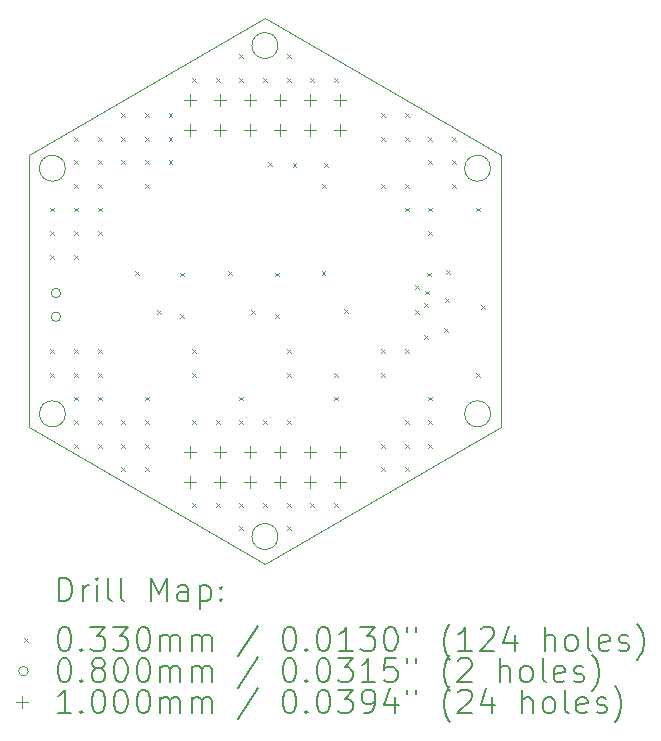
<source format=gbr>
%TF.GenerationSoftware,KiCad,Pcbnew,7.0.5*%
%TF.CreationDate,2023-06-05T00:45:28-04:00*%
%TF.ProjectId,BURNING_R,4255524e-494e-4475-9f52-2e6b69636164,rev?*%
%TF.SameCoordinates,Original*%
%TF.FileFunction,Drillmap*%
%TF.FilePolarity,Positive*%
%FSLAX45Y45*%
G04 Gerber Fmt 4.5, Leading zero omitted, Abs format (unit mm)*
G04 Created by KiCad (PCBNEW 7.0.5) date 2023-06-05 00:45:28*
%MOMM*%
%LPD*%
G01*
G04 APERTURE LIST*
%ADD10C,0.100000*%
%ADD11C,0.200000*%
%ADD12C,0.033020*%
%ADD13C,0.080000*%
G04 APERTURE END LIST*
D10*
X13016000Y-8855761D02*
X13016000Y-11165162D01*
X16926000Y-11049692D02*
G75*
G03*
X16926000Y-11049692I-110000J0D01*
G01*
X13016000Y-11165162D02*
X15016000Y-12319862D01*
X16926000Y-8971231D02*
G75*
G03*
X16926000Y-8971231I-110000J0D01*
G01*
X13326000Y-8971231D02*
G75*
G03*
X13326000Y-8971231I-110000J0D01*
G01*
X15016000Y-7701060D02*
X13016000Y-8855761D01*
X17016000Y-8855761D02*
X15016000Y-7701060D01*
X15126000Y-7932000D02*
G75*
G03*
X15126000Y-7932000I-110000J0D01*
G01*
X15126000Y-12088922D02*
G75*
G03*
X15126000Y-12088922I-110000J0D01*
G01*
X17016000Y-11165162D02*
X17016000Y-8855761D01*
X15016000Y-12319862D02*
X17016000Y-11165162D01*
X13326000Y-11049692D02*
G75*
G03*
X13326000Y-11049692I-110000J0D01*
G01*
D11*
D12*
X13199490Y-9303352D02*
X13232510Y-9336372D01*
X13232510Y-9303352D02*
X13199490Y-9336372D01*
X13199490Y-9503352D02*
X13232510Y-9536372D01*
X13232510Y-9503352D02*
X13199490Y-9536372D01*
X13199490Y-9703352D02*
X13232510Y-9736372D01*
X13232510Y-9703352D02*
X13199490Y-9736372D01*
X13199490Y-10503352D02*
X13232510Y-10536372D01*
X13232510Y-10503352D02*
X13199490Y-10536372D01*
X13199490Y-10703352D02*
X13232510Y-10736372D01*
X13232510Y-10703352D02*
X13199490Y-10736372D01*
X13399490Y-8703352D02*
X13432510Y-8736372D01*
X13432510Y-8703352D02*
X13399490Y-8736372D01*
X13399490Y-8903352D02*
X13432510Y-8936372D01*
X13432510Y-8903352D02*
X13399490Y-8936372D01*
X13399490Y-9103352D02*
X13432510Y-9136372D01*
X13432510Y-9103352D02*
X13399490Y-9136372D01*
X13399490Y-9303352D02*
X13432510Y-9336372D01*
X13432510Y-9303352D02*
X13399490Y-9336372D01*
X13399490Y-9503352D02*
X13432510Y-9536372D01*
X13432510Y-9503352D02*
X13399490Y-9536372D01*
X13399490Y-9703352D02*
X13432510Y-9736372D01*
X13432510Y-9703352D02*
X13399490Y-9736372D01*
X13399490Y-10503352D02*
X13432510Y-10536372D01*
X13432510Y-10503352D02*
X13399490Y-10536372D01*
X13399490Y-10703352D02*
X13432510Y-10736372D01*
X13432510Y-10703352D02*
X13399490Y-10736372D01*
X13399490Y-10903352D02*
X13432510Y-10936372D01*
X13432510Y-10903352D02*
X13399490Y-10936372D01*
X13399490Y-11103352D02*
X13432510Y-11136372D01*
X13432510Y-11103352D02*
X13399490Y-11136372D01*
X13399490Y-11303352D02*
X13432510Y-11336372D01*
X13432510Y-11303352D02*
X13399490Y-11336372D01*
X13599490Y-8703352D02*
X13632510Y-8736372D01*
X13632510Y-8703352D02*
X13599490Y-8736372D01*
X13599490Y-8903352D02*
X13632510Y-8936372D01*
X13632510Y-8903352D02*
X13599490Y-8936372D01*
X13599490Y-9103352D02*
X13632510Y-9136372D01*
X13632510Y-9103352D02*
X13599490Y-9136372D01*
X13599490Y-9303352D02*
X13632510Y-9336372D01*
X13632510Y-9303352D02*
X13599490Y-9336372D01*
X13599490Y-9503352D02*
X13632510Y-9536372D01*
X13632510Y-9503352D02*
X13599490Y-9536372D01*
X13599490Y-10503352D02*
X13632510Y-10536372D01*
X13632510Y-10503352D02*
X13599490Y-10536372D01*
X13599490Y-10703352D02*
X13632510Y-10736372D01*
X13632510Y-10703352D02*
X13599490Y-10736372D01*
X13599490Y-10903352D02*
X13632510Y-10936372D01*
X13632510Y-10903352D02*
X13599490Y-10936372D01*
X13599490Y-11103352D02*
X13632510Y-11136372D01*
X13632510Y-11103352D02*
X13599490Y-11136372D01*
X13599490Y-11303352D02*
X13632510Y-11336372D01*
X13632510Y-11303352D02*
X13599490Y-11336372D01*
X13799490Y-8503352D02*
X13832510Y-8536372D01*
X13832510Y-8503352D02*
X13799490Y-8536372D01*
X13799490Y-8703352D02*
X13832510Y-8736372D01*
X13832510Y-8703352D02*
X13799490Y-8736372D01*
X13799490Y-8903352D02*
X13832510Y-8936372D01*
X13832510Y-8903352D02*
X13799490Y-8936372D01*
X13799490Y-11103352D02*
X13832510Y-11136372D01*
X13832510Y-11103352D02*
X13799490Y-11136372D01*
X13799490Y-11303352D02*
X13832510Y-11336372D01*
X13832510Y-11303352D02*
X13799490Y-11336372D01*
X13799490Y-11503352D02*
X13832510Y-11536372D01*
X13832510Y-11503352D02*
X13799490Y-11536372D01*
X13915240Y-9838352D02*
X13948260Y-9871372D01*
X13948260Y-9838352D02*
X13915240Y-9871372D01*
X13999490Y-8503352D02*
X14032510Y-8536372D01*
X14032510Y-8503352D02*
X13999490Y-8536372D01*
X13999490Y-8703352D02*
X14032510Y-8736372D01*
X14032510Y-8703352D02*
X13999490Y-8736372D01*
X13999490Y-8903352D02*
X14032510Y-8936372D01*
X14032510Y-8903352D02*
X13999490Y-8936372D01*
X13999490Y-9103352D02*
X14032510Y-9136372D01*
X14032510Y-9103352D02*
X13999490Y-9136372D01*
X13999490Y-10903352D02*
X14032510Y-10936372D01*
X14032510Y-10903352D02*
X13999490Y-10936372D01*
X13999490Y-11103352D02*
X14032510Y-11136372D01*
X14032510Y-11103352D02*
X13999490Y-11136372D01*
X13999490Y-11303352D02*
X14032510Y-11336372D01*
X14032510Y-11303352D02*
X13999490Y-11336372D01*
X13999490Y-11503352D02*
X14032510Y-11536372D01*
X14032510Y-11503352D02*
X13999490Y-11536372D01*
X14105490Y-10168352D02*
X14138510Y-10201372D01*
X14138510Y-10168352D02*
X14105490Y-10201372D01*
X14199490Y-8503352D02*
X14232510Y-8536372D01*
X14232510Y-8503352D02*
X14199490Y-8536372D01*
X14199490Y-8703352D02*
X14232510Y-8736372D01*
X14232510Y-8703352D02*
X14199490Y-8736372D01*
X14199490Y-8903352D02*
X14232510Y-8936372D01*
X14232510Y-8903352D02*
X14199490Y-8936372D01*
X14299490Y-9853352D02*
X14332510Y-9886372D01*
X14332510Y-9853352D02*
X14299490Y-9886372D01*
X14299490Y-10203352D02*
X14332510Y-10236372D01*
X14332510Y-10203352D02*
X14299490Y-10236372D01*
X14399490Y-8203352D02*
X14432510Y-8236372D01*
X14432510Y-8203352D02*
X14399490Y-8236372D01*
X14399490Y-10503352D02*
X14432510Y-10536372D01*
X14432510Y-10503352D02*
X14399490Y-10536372D01*
X14399490Y-10703352D02*
X14432510Y-10736372D01*
X14432510Y-10703352D02*
X14399490Y-10736372D01*
X14399490Y-11103352D02*
X14432510Y-11136372D01*
X14432510Y-11103352D02*
X14399490Y-11136372D01*
X14399490Y-11803352D02*
X14432510Y-11836372D01*
X14432510Y-11803352D02*
X14399490Y-11836372D01*
X14599490Y-8203352D02*
X14632510Y-8236372D01*
X14632510Y-8203352D02*
X14599490Y-8236372D01*
X14599490Y-11103352D02*
X14632510Y-11136372D01*
X14632510Y-11103352D02*
X14599490Y-11136372D01*
X14599490Y-11803352D02*
X14632510Y-11836372D01*
X14632510Y-11803352D02*
X14599490Y-11836372D01*
X14704240Y-9838352D02*
X14737260Y-9871372D01*
X14737260Y-9838352D02*
X14704240Y-9871372D01*
X14799490Y-8003352D02*
X14832510Y-8036372D01*
X14832510Y-8003352D02*
X14799490Y-8036372D01*
X14799490Y-8203352D02*
X14832510Y-8236372D01*
X14832510Y-8203352D02*
X14799490Y-8236372D01*
X14799490Y-10903352D02*
X14832510Y-10936372D01*
X14832510Y-10903352D02*
X14799490Y-10936372D01*
X14799490Y-11103352D02*
X14832510Y-11136372D01*
X14832510Y-11103352D02*
X14799490Y-11136372D01*
X14799490Y-11803352D02*
X14832510Y-11836372D01*
X14832510Y-11803352D02*
X14799490Y-11836372D01*
X14799490Y-12003352D02*
X14832510Y-12036372D01*
X14832510Y-12003352D02*
X14799490Y-12036372D01*
X14894490Y-10169352D02*
X14927510Y-10202372D01*
X14927510Y-10169352D02*
X14894490Y-10202372D01*
X14999490Y-8203352D02*
X15032510Y-8236372D01*
X15032510Y-8203352D02*
X14999490Y-8236372D01*
X14999490Y-11103352D02*
X15032510Y-11136372D01*
X15032510Y-11103352D02*
X14999490Y-11136372D01*
X14999490Y-11803352D02*
X15032510Y-11836372D01*
X15032510Y-11803352D02*
X14999490Y-11836372D01*
X15044490Y-8917352D02*
X15077510Y-8950372D01*
X15077510Y-8917352D02*
X15044490Y-8950372D01*
X15099490Y-9853352D02*
X15132510Y-9886372D01*
X15132510Y-9853352D02*
X15099490Y-9886372D01*
X15099490Y-10203352D02*
X15132510Y-10236372D01*
X15132510Y-10203352D02*
X15099490Y-10236372D01*
X15199490Y-8003352D02*
X15232510Y-8036372D01*
X15232510Y-8003352D02*
X15199490Y-8036372D01*
X15199490Y-8203352D02*
X15232510Y-8236372D01*
X15232510Y-8203352D02*
X15199490Y-8236372D01*
X15199490Y-10503352D02*
X15232510Y-10536372D01*
X15232510Y-10503352D02*
X15199490Y-10536372D01*
X15199490Y-10703352D02*
X15232510Y-10736372D01*
X15232510Y-10703352D02*
X15199490Y-10736372D01*
X15199490Y-11103352D02*
X15232510Y-11136372D01*
X15232510Y-11103352D02*
X15199490Y-11136372D01*
X15199490Y-11803352D02*
X15232510Y-11836372D01*
X15232510Y-11803352D02*
X15199490Y-11836372D01*
X15199490Y-12003352D02*
X15232510Y-12036372D01*
X15232510Y-12003352D02*
X15199490Y-12036372D01*
X15249490Y-8923352D02*
X15282510Y-8956372D01*
X15282510Y-8923352D02*
X15249490Y-8956372D01*
X15399490Y-8203352D02*
X15432510Y-8236372D01*
X15432510Y-8203352D02*
X15399490Y-8236372D01*
X15399490Y-11803352D02*
X15432510Y-11836372D01*
X15432510Y-11803352D02*
X15399490Y-11836372D01*
X15495240Y-9838352D02*
X15528260Y-9871372D01*
X15528260Y-9838352D02*
X15495240Y-9871372D01*
X15499490Y-9103352D02*
X15532510Y-9136372D01*
X15532510Y-9103352D02*
X15499490Y-9136372D01*
X15519490Y-8923352D02*
X15552510Y-8956372D01*
X15552510Y-8923352D02*
X15519490Y-8956372D01*
X15599490Y-8203352D02*
X15632510Y-8236372D01*
X15632510Y-8203352D02*
X15599490Y-8236372D01*
X15599490Y-10703352D02*
X15632510Y-10736372D01*
X15632510Y-10703352D02*
X15599490Y-10736372D01*
X15599490Y-10903352D02*
X15632510Y-10936372D01*
X15632510Y-10903352D02*
X15599490Y-10936372D01*
X15599490Y-11803352D02*
X15632510Y-11836372D01*
X15632510Y-11803352D02*
X15599490Y-11836372D01*
X15683490Y-10166352D02*
X15716510Y-10199372D01*
X15716510Y-10166352D02*
X15683490Y-10199372D01*
X15999490Y-8503352D02*
X16032510Y-8536372D01*
X16032510Y-8503352D02*
X15999490Y-8536372D01*
X15999490Y-8703352D02*
X16032510Y-8736372D01*
X16032510Y-8703352D02*
X15999490Y-8736372D01*
X15999490Y-9103352D02*
X16032510Y-9136372D01*
X16032510Y-9103352D02*
X15999490Y-9136372D01*
X15999490Y-10503352D02*
X16032510Y-10536372D01*
X16032510Y-10503352D02*
X15999490Y-10536372D01*
X15999490Y-10703352D02*
X16032510Y-10736372D01*
X16032510Y-10703352D02*
X15999490Y-10736372D01*
X15999490Y-11303352D02*
X16032510Y-11336372D01*
X16032510Y-11303352D02*
X15999490Y-11336372D01*
X15999490Y-11503352D02*
X16032510Y-11536372D01*
X16032510Y-11503352D02*
X15999490Y-11536372D01*
X16199490Y-8503352D02*
X16232510Y-8536372D01*
X16232510Y-8503352D02*
X16199490Y-8536372D01*
X16199490Y-8703352D02*
X16232510Y-8736372D01*
X16232510Y-8703352D02*
X16199490Y-8736372D01*
X16199490Y-9103352D02*
X16232510Y-9136372D01*
X16232510Y-9103352D02*
X16199490Y-9136372D01*
X16199490Y-9303352D02*
X16232510Y-9336372D01*
X16232510Y-9303352D02*
X16199490Y-9336372D01*
X16199490Y-10503352D02*
X16232510Y-10536372D01*
X16232510Y-10503352D02*
X16199490Y-10536372D01*
X16199490Y-11103352D02*
X16232510Y-11136372D01*
X16232510Y-11103352D02*
X16199490Y-11136372D01*
X16199490Y-11303352D02*
X16232510Y-11336372D01*
X16232510Y-11303352D02*
X16199490Y-11336372D01*
X16199490Y-11503352D02*
X16232510Y-11536372D01*
X16232510Y-11503352D02*
X16199490Y-11536372D01*
X16284490Y-10173352D02*
X16317510Y-10206372D01*
X16317510Y-10173352D02*
X16284490Y-10206372D01*
X16286990Y-9960852D02*
X16320010Y-9993872D01*
X16320010Y-9960852D02*
X16286990Y-9993872D01*
X16359490Y-10380852D02*
X16392510Y-10413872D01*
X16392510Y-10380852D02*
X16359490Y-10413872D01*
X16361990Y-10108352D02*
X16395010Y-10141372D01*
X16395010Y-10108352D02*
X16361990Y-10141372D01*
X16369490Y-10005852D02*
X16402510Y-10038872D01*
X16402510Y-10005852D02*
X16369490Y-10038872D01*
X16391990Y-9853352D02*
X16425010Y-9886372D01*
X16425010Y-9853352D02*
X16391990Y-9886372D01*
X16399490Y-8703352D02*
X16432510Y-8736372D01*
X16432510Y-8703352D02*
X16399490Y-8736372D01*
X16399490Y-8903352D02*
X16432510Y-8936372D01*
X16432510Y-8903352D02*
X16399490Y-8936372D01*
X16399490Y-9303352D02*
X16432510Y-9336372D01*
X16432510Y-9303352D02*
X16399490Y-9336372D01*
X16399490Y-9503352D02*
X16432510Y-9536372D01*
X16432510Y-9503352D02*
X16399490Y-9536372D01*
X16399490Y-10903352D02*
X16432510Y-10936372D01*
X16432510Y-10903352D02*
X16399490Y-10936372D01*
X16399490Y-11103352D02*
X16432510Y-11136372D01*
X16432510Y-11103352D02*
X16399490Y-11136372D01*
X16399490Y-11303352D02*
X16432510Y-11336372D01*
X16432510Y-11303352D02*
X16399490Y-11336372D01*
X16531990Y-10320852D02*
X16565010Y-10353872D01*
X16565010Y-10320852D02*
X16531990Y-10353872D01*
X16538490Y-10073352D02*
X16571510Y-10106372D01*
X16571510Y-10073352D02*
X16538490Y-10106372D01*
X16551990Y-9830852D02*
X16585010Y-9863872D01*
X16585010Y-9830852D02*
X16551990Y-9863872D01*
X16599490Y-8703352D02*
X16632510Y-8736372D01*
X16632510Y-8703352D02*
X16599490Y-8736372D01*
X16599490Y-8903352D02*
X16632510Y-8936372D01*
X16632510Y-8903352D02*
X16599490Y-8936372D01*
X16599490Y-9103352D02*
X16632510Y-9136372D01*
X16632510Y-9103352D02*
X16599490Y-9136372D01*
X16799490Y-9303352D02*
X16832510Y-9336372D01*
X16832510Y-9303352D02*
X16799490Y-9336372D01*
X16799490Y-10703352D02*
X16832510Y-10736372D01*
X16832510Y-10703352D02*
X16799490Y-10736372D01*
X16846490Y-10127352D02*
X16879510Y-10160372D01*
X16879510Y-10127352D02*
X16846490Y-10160372D01*
D13*
X13286000Y-10027612D02*
G75*
G03*
X13286000Y-10027612I-40000J0D01*
G01*
X13286000Y-10227612D02*
G75*
G03*
X13286000Y-10227612I-40000J0D01*
G01*
D10*
X14381000Y-8342560D02*
X14381000Y-8442560D01*
X14331000Y-8392560D02*
X14431000Y-8392560D01*
X14381000Y-8596560D02*
X14381000Y-8696560D01*
X14331000Y-8646560D02*
X14431000Y-8646560D01*
X14381000Y-11324362D02*
X14381000Y-11424362D01*
X14331000Y-11374362D02*
X14431000Y-11374362D01*
X14381000Y-11578362D02*
X14381000Y-11678362D01*
X14331000Y-11628362D02*
X14431000Y-11628362D01*
X14635000Y-8342560D02*
X14635000Y-8442560D01*
X14585000Y-8392560D02*
X14685000Y-8392560D01*
X14635000Y-8596560D02*
X14635000Y-8696560D01*
X14585000Y-8646560D02*
X14685000Y-8646560D01*
X14635000Y-11324362D02*
X14635000Y-11424362D01*
X14585000Y-11374362D02*
X14685000Y-11374362D01*
X14635000Y-11578362D02*
X14635000Y-11678362D01*
X14585000Y-11628362D02*
X14685000Y-11628362D01*
X14889000Y-8342560D02*
X14889000Y-8442560D01*
X14839000Y-8392560D02*
X14939000Y-8392560D01*
X14889000Y-8596560D02*
X14889000Y-8696560D01*
X14839000Y-8646560D02*
X14939000Y-8646560D01*
X14889000Y-11324362D02*
X14889000Y-11424362D01*
X14839000Y-11374362D02*
X14939000Y-11374362D01*
X14889000Y-11578362D02*
X14889000Y-11678362D01*
X14839000Y-11628362D02*
X14939000Y-11628362D01*
X15143000Y-8342560D02*
X15143000Y-8442560D01*
X15093000Y-8392560D02*
X15193000Y-8392560D01*
X15143000Y-8596560D02*
X15143000Y-8696560D01*
X15093000Y-8646560D02*
X15193000Y-8646560D01*
X15143000Y-11324362D02*
X15143000Y-11424362D01*
X15093000Y-11374362D02*
X15193000Y-11374362D01*
X15143000Y-11578362D02*
X15143000Y-11678362D01*
X15093000Y-11628362D02*
X15193000Y-11628362D01*
X15397000Y-8342560D02*
X15397000Y-8442560D01*
X15347000Y-8392560D02*
X15447000Y-8392560D01*
X15397000Y-8596560D02*
X15397000Y-8696560D01*
X15347000Y-8646560D02*
X15447000Y-8646560D01*
X15397000Y-11324362D02*
X15397000Y-11424362D01*
X15347000Y-11374362D02*
X15447000Y-11374362D01*
X15397000Y-11578362D02*
X15397000Y-11678362D01*
X15347000Y-11628362D02*
X15447000Y-11628362D01*
X15651000Y-8342560D02*
X15651000Y-8442560D01*
X15601000Y-8392560D02*
X15701000Y-8392560D01*
X15651000Y-8596560D02*
X15651000Y-8696560D01*
X15601000Y-8646560D02*
X15701000Y-8646560D01*
X15651000Y-11324362D02*
X15651000Y-11424362D01*
X15601000Y-11374362D02*
X15701000Y-11374362D01*
X15651000Y-11578362D02*
X15651000Y-11678362D01*
X15601000Y-11628362D02*
X15701000Y-11628362D01*
D11*
X13271777Y-12636346D02*
X13271777Y-12436346D01*
X13271777Y-12436346D02*
X13319396Y-12436346D01*
X13319396Y-12436346D02*
X13347967Y-12445870D01*
X13347967Y-12445870D02*
X13367015Y-12464917D01*
X13367015Y-12464917D02*
X13376539Y-12483965D01*
X13376539Y-12483965D02*
X13386062Y-12522060D01*
X13386062Y-12522060D02*
X13386062Y-12550632D01*
X13386062Y-12550632D02*
X13376539Y-12588727D01*
X13376539Y-12588727D02*
X13367015Y-12607774D01*
X13367015Y-12607774D02*
X13347967Y-12626822D01*
X13347967Y-12626822D02*
X13319396Y-12636346D01*
X13319396Y-12636346D02*
X13271777Y-12636346D01*
X13471777Y-12636346D02*
X13471777Y-12503012D01*
X13471777Y-12541108D02*
X13481301Y-12522060D01*
X13481301Y-12522060D02*
X13490824Y-12512536D01*
X13490824Y-12512536D02*
X13509872Y-12503012D01*
X13509872Y-12503012D02*
X13528920Y-12503012D01*
X13595586Y-12636346D02*
X13595586Y-12503012D01*
X13595586Y-12436346D02*
X13586062Y-12445870D01*
X13586062Y-12445870D02*
X13595586Y-12455393D01*
X13595586Y-12455393D02*
X13605110Y-12445870D01*
X13605110Y-12445870D02*
X13595586Y-12436346D01*
X13595586Y-12436346D02*
X13595586Y-12455393D01*
X13719396Y-12636346D02*
X13700348Y-12626822D01*
X13700348Y-12626822D02*
X13690824Y-12607774D01*
X13690824Y-12607774D02*
X13690824Y-12436346D01*
X13824158Y-12636346D02*
X13805110Y-12626822D01*
X13805110Y-12626822D02*
X13795586Y-12607774D01*
X13795586Y-12607774D02*
X13795586Y-12436346D01*
X14052729Y-12636346D02*
X14052729Y-12436346D01*
X14052729Y-12436346D02*
X14119396Y-12579203D01*
X14119396Y-12579203D02*
X14186062Y-12436346D01*
X14186062Y-12436346D02*
X14186062Y-12636346D01*
X14367015Y-12636346D02*
X14367015Y-12531584D01*
X14367015Y-12531584D02*
X14357491Y-12512536D01*
X14357491Y-12512536D02*
X14338443Y-12503012D01*
X14338443Y-12503012D02*
X14300348Y-12503012D01*
X14300348Y-12503012D02*
X14281301Y-12512536D01*
X14367015Y-12626822D02*
X14347967Y-12636346D01*
X14347967Y-12636346D02*
X14300348Y-12636346D01*
X14300348Y-12636346D02*
X14281301Y-12626822D01*
X14281301Y-12626822D02*
X14271777Y-12607774D01*
X14271777Y-12607774D02*
X14271777Y-12588727D01*
X14271777Y-12588727D02*
X14281301Y-12569679D01*
X14281301Y-12569679D02*
X14300348Y-12560155D01*
X14300348Y-12560155D02*
X14347967Y-12560155D01*
X14347967Y-12560155D02*
X14367015Y-12550632D01*
X14462253Y-12503012D02*
X14462253Y-12703012D01*
X14462253Y-12512536D02*
X14481301Y-12503012D01*
X14481301Y-12503012D02*
X14519396Y-12503012D01*
X14519396Y-12503012D02*
X14538443Y-12512536D01*
X14538443Y-12512536D02*
X14547967Y-12522060D01*
X14547967Y-12522060D02*
X14557491Y-12541108D01*
X14557491Y-12541108D02*
X14557491Y-12598251D01*
X14557491Y-12598251D02*
X14547967Y-12617298D01*
X14547967Y-12617298D02*
X14538443Y-12626822D01*
X14538443Y-12626822D02*
X14519396Y-12636346D01*
X14519396Y-12636346D02*
X14481301Y-12636346D01*
X14481301Y-12636346D02*
X14462253Y-12626822D01*
X14643205Y-12617298D02*
X14652729Y-12626822D01*
X14652729Y-12626822D02*
X14643205Y-12636346D01*
X14643205Y-12636346D02*
X14633682Y-12626822D01*
X14633682Y-12626822D02*
X14643205Y-12617298D01*
X14643205Y-12617298D02*
X14643205Y-12636346D01*
X14643205Y-12512536D02*
X14652729Y-12522060D01*
X14652729Y-12522060D02*
X14643205Y-12531584D01*
X14643205Y-12531584D02*
X14633682Y-12522060D01*
X14633682Y-12522060D02*
X14643205Y-12512536D01*
X14643205Y-12512536D02*
X14643205Y-12531584D01*
D12*
X12977980Y-12948352D02*
X13011000Y-12981372D01*
X13011000Y-12948352D02*
X12977980Y-12981372D01*
D11*
X13309872Y-12856346D02*
X13328920Y-12856346D01*
X13328920Y-12856346D02*
X13347967Y-12865870D01*
X13347967Y-12865870D02*
X13357491Y-12875393D01*
X13357491Y-12875393D02*
X13367015Y-12894441D01*
X13367015Y-12894441D02*
X13376539Y-12932536D01*
X13376539Y-12932536D02*
X13376539Y-12980155D01*
X13376539Y-12980155D02*
X13367015Y-13018251D01*
X13367015Y-13018251D02*
X13357491Y-13037298D01*
X13357491Y-13037298D02*
X13347967Y-13046822D01*
X13347967Y-13046822D02*
X13328920Y-13056346D01*
X13328920Y-13056346D02*
X13309872Y-13056346D01*
X13309872Y-13056346D02*
X13290824Y-13046822D01*
X13290824Y-13046822D02*
X13281301Y-13037298D01*
X13281301Y-13037298D02*
X13271777Y-13018251D01*
X13271777Y-13018251D02*
X13262253Y-12980155D01*
X13262253Y-12980155D02*
X13262253Y-12932536D01*
X13262253Y-12932536D02*
X13271777Y-12894441D01*
X13271777Y-12894441D02*
X13281301Y-12875393D01*
X13281301Y-12875393D02*
X13290824Y-12865870D01*
X13290824Y-12865870D02*
X13309872Y-12856346D01*
X13462253Y-13037298D02*
X13471777Y-13046822D01*
X13471777Y-13046822D02*
X13462253Y-13056346D01*
X13462253Y-13056346D02*
X13452729Y-13046822D01*
X13452729Y-13046822D02*
X13462253Y-13037298D01*
X13462253Y-13037298D02*
X13462253Y-13056346D01*
X13538443Y-12856346D02*
X13662253Y-12856346D01*
X13662253Y-12856346D02*
X13595586Y-12932536D01*
X13595586Y-12932536D02*
X13624158Y-12932536D01*
X13624158Y-12932536D02*
X13643205Y-12942060D01*
X13643205Y-12942060D02*
X13652729Y-12951584D01*
X13652729Y-12951584D02*
X13662253Y-12970632D01*
X13662253Y-12970632D02*
X13662253Y-13018251D01*
X13662253Y-13018251D02*
X13652729Y-13037298D01*
X13652729Y-13037298D02*
X13643205Y-13046822D01*
X13643205Y-13046822D02*
X13624158Y-13056346D01*
X13624158Y-13056346D02*
X13567015Y-13056346D01*
X13567015Y-13056346D02*
X13547967Y-13046822D01*
X13547967Y-13046822D02*
X13538443Y-13037298D01*
X13728920Y-12856346D02*
X13852729Y-12856346D01*
X13852729Y-12856346D02*
X13786062Y-12932536D01*
X13786062Y-12932536D02*
X13814634Y-12932536D01*
X13814634Y-12932536D02*
X13833682Y-12942060D01*
X13833682Y-12942060D02*
X13843205Y-12951584D01*
X13843205Y-12951584D02*
X13852729Y-12970632D01*
X13852729Y-12970632D02*
X13852729Y-13018251D01*
X13852729Y-13018251D02*
X13843205Y-13037298D01*
X13843205Y-13037298D02*
X13833682Y-13046822D01*
X13833682Y-13046822D02*
X13814634Y-13056346D01*
X13814634Y-13056346D02*
X13757491Y-13056346D01*
X13757491Y-13056346D02*
X13738443Y-13046822D01*
X13738443Y-13046822D02*
X13728920Y-13037298D01*
X13976539Y-12856346D02*
X13995586Y-12856346D01*
X13995586Y-12856346D02*
X14014634Y-12865870D01*
X14014634Y-12865870D02*
X14024158Y-12875393D01*
X14024158Y-12875393D02*
X14033682Y-12894441D01*
X14033682Y-12894441D02*
X14043205Y-12932536D01*
X14043205Y-12932536D02*
X14043205Y-12980155D01*
X14043205Y-12980155D02*
X14033682Y-13018251D01*
X14033682Y-13018251D02*
X14024158Y-13037298D01*
X14024158Y-13037298D02*
X14014634Y-13046822D01*
X14014634Y-13046822D02*
X13995586Y-13056346D01*
X13995586Y-13056346D02*
X13976539Y-13056346D01*
X13976539Y-13056346D02*
X13957491Y-13046822D01*
X13957491Y-13046822D02*
X13947967Y-13037298D01*
X13947967Y-13037298D02*
X13938443Y-13018251D01*
X13938443Y-13018251D02*
X13928920Y-12980155D01*
X13928920Y-12980155D02*
X13928920Y-12932536D01*
X13928920Y-12932536D02*
X13938443Y-12894441D01*
X13938443Y-12894441D02*
X13947967Y-12875393D01*
X13947967Y-12875393D02*
X13957491Y-12865870D01*
X13957491Y-12865870D02*
X13976539Y-12856346D01*
X14128920Y-13056346D02*
X14128920Y-12923012D01*
X14128920Y-12942060D02*
X14138443Y-12932536D01*
X14138443Y-12932536D02*
X14157491Y-12923012D01*
X14157491Y-12923012D02*
X14186063Y-12923012D01*
X14186063Y-12923012D02*
X14205110Y-12932536D01*
X14205110Y-12932536D02*
X14214634Y-12951584D01*
X14214634Y-12951584D02*
X14214634Y-13056346D01*
X14214634Y-12951584D02*
X14224158Y-12932536D01*
X14224158Y-12932536D02*
X14243205Y-12923012D01*
X14243205Y-12923012D02*
X14271777Y-12923012D01*
X14271777Y-12923012D02*
X14290824Y-12932536D01*
X14290824Y-12932536D02*
X14300348Y-12951584D01*
X14300348Y-12951584D02*
X14300348Y-13056346D01*
X14395586Y-13056346D02*
X14395586Y-12923012D01*
X14395586Y-12942060D02*
X14405110Y-12932536D01*
X14405110Y-12932536D02*
X14424158Y-12923012D01*
X14424158Y-12923012D02*
X14452729Y-12923012D01*
X14452729Y-12923012D02*
X14471777Y-12932536D01*
X14471777Y-12932536D02*
X14481301Y-12951584D01*
X14481301Y-12951584D02*
X14481301Y-13056346D01*
X14481301Y-12951584D02*
X14490824Y-12932536D01*
X14490824Y-12932536D02*
X14509872Y-12923012D01*
X14509872Y-12923012D02*
X14538443Y-12923012D01*
X14538443Y-12923012D02*
X14557491Y-12932536D01*
X14557491Y-12932536D02*
X14567015Y-12951584D01*
X14567015Y-12951584D02*
X14567015Y-13056346D01*
X14957491Y-12846822D02*
X14786063Y-13103965D01*
X15214634Y-12856346D02*
X15233682Y-12856346D01*
X15233682Y-12856346D02*
X15252729Y-12865870D01*
X15252729Y-12865870D02*
X15262253Y-12875393D01*
X15262253Y-12875393D02*
X15271777Y-12894441D01*
X15271777Y-12894441D02*
X15281301Y-12932536D01*
X15281301Y-12932536D02*
X15281301Y-12980155D01*
X15281301Y-12980155D02*
X15271777Y-13018251D01*
X15271777Y-13018251D02*
X15262253Y-13037298D01*
X15262253Y-13037298D02*
X15252729Y-13046822D01*
X15252729Y-13046822D02*
X15233682Y-13056346D01*
X15233682Y-13056346D02*
X15214634Y-13056346D01*
X15214634Y-13056346D02*
X15195586Y-13046822D01*
X15195586Y-13046822D02*
X15186063Y-13037298D01*
X15186063Y-13037298D02*
X15176539Y-13018251D01*
X15176539Y-13018251D02*
X15167015Y-12980155D01*
X15167015Y-12980155D02*
X15167015Y-12932536D01*
X15167015Y-12932536D02*
X15176539Y-12894441D01*
X15176539Y-12894441D02*
X15186063Y-12875393D01*
X15186063Y-12875393D02*
X15195586Y-12865870D01*
X15195586Y-12865870D02*
X15214634Y-12856346D01*
X15367015Y-13037298D02*
X15376539Y-13046822D01*
X15376539Y-13046822D02*
X15367015Y-13056346D01*
X15367015Y-13056346D02*
X15357491Y-13046822D01*
X15357491Y-13046822D02*
X15367015Y-13037298D01*
X15367015Y-13037298D02*
X15367015Y-13056346D01*
X15500348Y-12856346D02*
X15519396Y-12856346D01*
X15519396Y-12856346D02*
X15538444Y-12865870D01*
X15538444Y-12865870D02*
X15547967Y-12875393D01*
X15547967Y-12875393D02*
X15557491Y-12894441D01*
X15557491Y-12894441D02*
X15567015Y-12932536D01*
X15567015Y-12932536D02*
X15567015Y-12980155D01*
X15567015Y-12980155D02*
X15557491Y-13018251D01*
X15557491Y-13018251D02*
X15547967Y-13037298D01*
X15547967Y-13037298D02*
X15538444Y-13046822D01*
X15538444Y-13046822D02*
X15519396Y-13056346D01*
X15519396Y-13056346D02*
X15500348Y-13056346D01*
X15500348Y-13056346D02*
X15481301Y-13046822D01*
X15481301Y-13046822D02*
X15471777Y-13037298D01*
X15471777Y-13037298D02*
X15462253Y-13018251D01*
X15462253Y-13018251D02*
X15452729Y-12980155D01*
X15452729Y-12980155D02*
X15452729Y-12932536D01*
X15452729Y-12932536D02*
X15462253Y-12894441D01*
X15462253Y-12894441D02*
X15471777Y-12875393D01*
X15471777Y-12875393D02*
X15481301Y-12865870D01*
X15481301Y-12865870D02*
X15500348Y-12856346D01*
X15757491Y-13056346D02*
X15643206Y-13056346D01*
X15700348Y-13056346D02*
X15700348Y-12856346D01*
X15700348Y-12856346D02*
X15681301Y-12884917D01*
X15681301Y-12884917D02*
X15662253Y-12903965D01*
X15662253Y-12903965D02*
X15643206Y-12913489D01*
X15824158Y-12856346D02*
X15947967Y-12856346D01*
X15947967Y-12856346D02*
X15881301Y-12932536D01*
X15881301Y-12932536D02*
X15909872Y-12932536D01*
X15909872Y-12932536D02*
X15928920Y-12942060D01*
X15928920Y-12942060D02*
X15938444Y-12951584D01*
X15938444Y-12951584D02*
X15947967Y-12970632D01*
X15947967Y-12970632D02*
X15947967Y-13018251D01*
X15947967Y-13018251D02*
X15938444Y-13037298D01*
X15938444Y-13037298D02*
X15928920Y-13046822D01*
X15928920Y-13046822D02*
X15909872Y-13056346D01*
X15909872Y-13056346D02*
X15852729Y-13056346D01*
X15852729Y-13056346D02*
X15833682Y-13046822D01*
X15833682Y-13046822D02*
X15824158Y-13037298D01*
X16071777Y-12856346D02*
X16090825Y-12856346D01*
X16090825Y-12856346D02*
X16109872Y-12865870D01*
X16109872Y-12865870D02*
X16119396Y-12875393D01*
X16119396Y-12875393D02*
X16128920Y-12894441D01*
X16128920Y-12894441D02*
X16138444Y-12932536D01*
X16138444Y-12932536D02*
X16138444Y-12980155D01*
X16138444Y-12980155D02*
X16128920Y-13018251D01*
X16128920Y-13018251D02*
X16119396Y-13037298D01*
X16119396Y-13037298D02*
X16109872Y-13046822D01*
X16109872Y-13046822D02*
X16090825Y-13056346D01*
X16090825Y-13056346D02*
X16071777Y-13056346D01*
X16071777Y-13056346D02*
X16052729Y-13046822D01*
X16052729Y-13046822D02*
X16043206Y-13037298D01*
X16043206Y-13037298D02*
X16033682Y-13018251D01*
X16033682Y-13018251D02*
X16024158Y-12980155D01*
X16024158Y-12980155D02*
X16024158Y-12932536D01*
X16024158Y-12932536D02*
X16033682Y-12894441D01*
X16033682Y-12894441D02*
X16043206Y-12875393D01*
X16043206Y-12875393D02*
X16052729Y-12865870D01*
X16052729Y-12865870D02*
X16071777Y-12856346D01*
X16214634Y-12856346D02*
X16214634Y-12894441D01*
X16290825Y-12856346D02*
X16290825Y-12894441D01*
X16586063Y-13132536D02*
X16576539Y-13123012D01*
X16576539Y-13123012D02*
X16557491Y-13094441D01*
X16557491Y-13094441D02*
X16547968Y-13075393D01*
X16547968Y-13075393D02*
X16538444Y-13046822D01*
X16538444Y-13046822D02*
X16528920Y-12999203D01*
X16528920Y-12999203D02*
X16528920Y-12961108D01*
X16528920Y-12961108D02*
X16538444Y-12913489D01*
X16538444Y-12913489D02*
X16547968Y-12884917D01*
X16547968Y-12884917D02*
X16557491Y-12865870D01*
X16557491Y-12865870D02*
X16576539Y-12837298D01*
X16576539Y-12837298D02*
X16586063Y-12827774D01*
X16767015Y-13056346D02*
X16652729Y-13056346D01*
X16709872Y-13056346D02*
X16709872Y-12856346D01*
X16709872Y-12856346D02*
X16690825Y-12884917D01*
X16690825Y-12884917D02*
X16671777Y-12903965D01*
X16671777Y-12903965D02*
X16652729Y-12913489D01*
X16843206Y-12875393D02*
X16852730Y-12865870D01*
X16852730Y-12865870D02*
X16871777Y-12856346D01*
X16871777Y-12856346D02*
X16919396Y-12856346D01*
X16919396Y-12856346D02*
X16938444Y-12865870D01*
X16938444Y-12865870D02*
X16947968Y-12875393D01*
X16947968Y-12875393D02*
X16957491Y-12894441D01*
X16957491Y-12894441D02*
X16957491Y-12913489D01*
X16957491Y-12913489D02*
X16947968Y-12942060D01*
X16947968Y-12942060D02*
X16833682Y-13056346D01*
X16833682Y-13056346D02*
X16957491Y-13056346D01*
X17128920Y-12923012D02*
X17128920Y-13056346D01*
X17081301Y-12846822D02*
X17033682Y-12989679D01*
X17033682Y-12989679D02*
X17157491Y-12989679D01*
X17386063Y-13056346D02*
X17386063Y-12856346D01*
X17471777Y-13056346D02*
X17471777Y-12951584D01*
X17471777Y-12951584D02*
X17462253Y-12932536D01*
X17462253Y-12932536D02*
X17443206Y-12923012D01*
X17443206Y-12923012D02*
X17414634Y-12923012D01*
X17414634Y-12923012D02*
X17395587Y-12932536D01*
X17395587Y-12932536D02*
X17386063Y-12942060D01*
X17595587Y-13056346D02*
X17576539Y-13046822D01*
X17576539Y-13046822D02*
X17567015Y-13037298D01*
X17567015Y-13037298D02*
X17557492Y-13018251D01*
X17557492Y-13018251D02*
X17557492Y-12961108D01*
X17557492Y-12961108D02*
X17567015Y-12942060D01*
X17567015Y-12942060D02*
X17576539Y-12932536D01*
X17576539Y-12932536D02*
X17595587Y-12923012D01*
X17595587Y-12923012D02*
X17624158Y-12923012D01*
X17624158Y-12923012D02*
X17643206Y-12932536D01*
X17643206Y-12932536D02*
X17652730Y-12942060D01*
X17652730Y-12942060D02*
X17662253Y-12961108D01*
X17662253Y-12961108D02*
X17662253Y-13018251D01*
X17662253Y-13018251D02*
X17652730Y-13037298D01*
X17652730Y-13037298D02*
X17643206Y-13046822D01*
X17643206Y-13046822D02*
X17624158Y-13056346D01*
X17624158Y-13056346D02*
X17595587Y-13056346D01*
X17776539Y-13056346D02*
X17757492Y-13046822D01*
X17757492Y-13046822D02*
X17747968Y-13027774D01*
X17747968Y-13027774D02*
X17747968Y-12856346D01*
X17928920Y-13046822D02*
X17909873Y-13056346D01*
X17909873Y-13056346D02*
X17871777Y-13056346D01*
X17871777Y-13056346D02*
X17852730Y-13046822D01*
X17852730Y-13046822D02*
X17843206Y-13027774D01*
X17843206Y-13027774D02*
X17843206Y-12951584D01*
X17843206Y-12951584D02*
X17852730Y-12932536D01*
X17852730Y-12932536D02*
X17871777Y-12923012D01*
X17871777Y-12923012D02*
X17909873Y-12923012D01*
X17909873Y-12923012D02*
X17928920Y-12932536D01*
X17928920Y-12932536D02*
X17938444Y-12951584D01*
X17938444Y-12951584D02*
X17938444Y-12970632D01*
X17938444Y-12970632D02*
X17843206Y-12989679D01*
X18014634Y-13046822D02*
X18033682Y-13056346D01*
X18033682Y-13056346D02*
X18071777Y-13056346D01*
X18071777Y-13056346D02*
X18090825Y-13046822D01*
X18090825Y-13046822D02*
X18100349Y-13027774D01*
X18100349Y-13027774D02*
X18100349Y-13018251D01*
X18100349Y-13018251D02*
X18090825Y-12999203D01*
X18090825Y-12999203D02*
X18071777Y-12989679D01*
X18071777Y-12989679D02*
X18043206Y-12989679D01*
X18043206Y-12989679D02*
X18024158Y-12980155D01*
X18024158Y-12980155D02*
X18014634Y-12961108D01*
X18014634Y-12961108D02*
X18014634Y-12951584D01*
X18014634Y-12951584D02*
X18024158Y-12932536D01*
X18024158Y-12932536D02*
X18043206Y-12923012D01*
X18043206Y-12923012D02*
X18071777Y-12923012D01*
X18071777Y-12923012D02*
X18090825Y-12932536D01*
X18167015Y-13132536D02*
X18176539Y-13123012D01*
X18176539Y-13123012D02*
X18195587Y-13094441D01*
X18195587Y-13094441D02*
X18205111Y-13075393D01*
X18205111Y-13075393D02*
X18214634Y-13046822D01*
X18214634Y-13046822D02*
X18224158Y-12999203D01*
X18224158Y-12999203D02*
X18224158Y-12961108D01*
X18224158Y-12961108D02*
X18214634Y-12913489D01*
X18214634Y-12913489D02*
X18205111Y-12884917D01*
X18205111Y-12884917D02*
X18195587Y-12865870D01*
X18195587Y-12865870D02*
X18176539Y-12837298D01*
X18176539Y-12837298D02*
X18167015Y-12827774D01*
D13*
X13011000Y-13228862D02*
G75*
G03*
X13011000Y-13228862I-40000J0D01*
G01*
D11*
X13309872Y-13120346D02*
X13328920Y-13120346D01*
X13328920Y-13120346D02*
X13347967Y-13129870D01*
X13347967Y-13129870D02*
X13357491Y-13139393D01*
X13357491Y-13139393D02*
X13367015Y-13158441D01*
X13367015Y-13158441D02*
X13376539Y-13196536D01*
X13376539Y-13196536D02*
X13376539Y-13244155D01*
X13376539Y-13244155D02*
X13367015Y-13282251D01*
X13367015Y-13282251D02*
X13357491Y-13301298D01*
X13357491Y-13301298D02*
X13347967Y-13310822D01*
X13347967Y-13310822D02*
X13328920Y-13320346D01*
X13328920Y-13320346D02*
X13309872Y-13320346D01*
X13309872Y-13320346D02*
X13290824Y-13310822D01*
X13290824Y-13310822D02*
X13281301Y-13301298D01*
X13281301Y-13301298D02*
X13271777Y-13282251D01*
X13271777Y-13282251D02*
X13262253Y-13244155D01*
X13262253Y-13244155D02*
X13262253Y-13196536D01*
X13262253Y-13196536D02*
X13271777Y-13158441D01*
X13271777Y-13158441D02*
X13281301Y-13139393D01*
X13281301Y-13139393D02*
X13290824Y-13129870D01*
X13290824Y-13129870D02*
X13309872Y-13120346D01*
X13462253Y-13301298D02*
X13471777Y-13310822D01*
X13471777Y-13310822D02*
X13462253Y-13320346D01*
X13462253Y-13320346D02*
X13452729Y-13310822D01*
X13452729Y-13310822D02*
X13462253Y-13301298D01*
X13462253Y-13301298D02*
X13462253Y-13320346D01*
X13586062Y-13206060D02*
X13567015Y-13196536D01*
X13567015Y-13196536D02*
X13557491Y-13187012D01*
X13557491Y-13187012D02*
X13547967Y-13167965D01*
X13547967Y-13167965D02*
X13547967Y-13158441D01*
X13547967Y-13158441D02*
X13557491Y-13139393D01*
X13557491Y-13139393D02*
X13567015Y-13129870D01*
X13567015Y-13129870D02*
X13586062Y-13120346D01*
X13586062Y-13120346D02*
X13624158Y-13120346D01*
X13624158Y-13120346D02*
X13643205Y-13129870D01*
X13643205Y-13129870D02*
X13652729Y-13139393D01*
X13652729Y-13139393D02*
X13662253Y-13158441D01*
X13662253Y-13158441D02*
X13662253Y-13167965D01*
X13662253Y-13167965D02*
X13652729Y-13187012D01*
X13652729Y-13187012D02*
X13643205Y-13196536D01*
X13643205Y-13196536D02*
X13624158Y-13206060D01*
X13624158Y-13206060D02*
X13586062Y-13206060D01*
X13586062Y-13206060D02*
X13567015Y-13215584D01*
X13567015Y-13215584D02*
X13557491Y-13225108D01*
X13557491Y-13225108D02*
X13547967Y-13244155D01*
X13547967Y-13244155D02*
X13547967Y-13282251D01*
X13547967Y-13282251D02*
X13557491Y-13301298D01*
X13557491Y-13301298D02*
X13567015Y-13310822D01*
X13567015Y-13310822D02*
X13586062Y-13320346D01*
X13586062Y-13320346D02*
X13624158Y-13320346D01*
X13624158Y-13320346D02*
X13643205Y-13310822D01*
X13643205Y-13310822D02*
X13652729Y-13301298D01*
X13652729Y-13301298D02*
X13662253Y-13282251D01*
X13662253Y-13282251D02*
X13662253Y-13244155D01*
X13662253Y-13244155D02*
X13652729Y-13225108D01*
X13652729Y-13225108D02*
X13643205Y-13215584D01*
X13643205Y-13215584D02*
X13624158Y-13206060D01*
X13786062Y-13120346D02*
X13805110Y-13120346D01*
X13805110Y-13120346D02*
X13824158Y-13129870D01*
X13824158Y-13129870D02*
X13833682Y-13139393D01*
X13833682Y-13139393D02*
X13843205Y-13158441D01*
X13843205Y-13158441D02*
X13852729Y-13196536D01*
X13852729Y-13196536D02*
X13852729Y-13244155D01*
X13852729Y-13244155D02*
X13843205Y-13282251D01*
X13843205Y-13282251D02*
X13833682Y-13301298D01*
X13833682Y-13301298D02*
X13824158Y-13310822D01*
X13824158Y-13310822D02*
X13805110Y-13320346D01*
X13805110Y-13320346D02*
X13786062Y-13320346D01*
X13786062Y-13320346D02*
X13767015Y-13310822D01*
X13767015Y-13310822D02*
X13757491Y-13301298D01*
X13757491Y-13301298D02*
X13747967Y-13282251D01*
X13747967Y-13282251D02*
X13738443Y-13244155D01*
X13738443Y-13244155D02*
X13738443Y-13196536D01*
X13738443Y-13196536D02*
X13747967Y-13158441D01*
X13747967Y-13158441D02*
X13757491Y-13139393D01*
X13757491Y-13139393D02*
X13767015Y-13129870D01*
X13767015Y-13129870D02*
X13786062Y-13120346D01*
X13976539Y-13120346D02*
X13995586Y-13120346D01*
X13995586Y-13120346D02*
X14014634Y-13129870D01*
X14014634Y-13129870D02*
X14024158Y-13139393D01*
X14024158Y-13139393D02*
X14033682Y-13158441D01*
X14033682Y-13158441D02*
X14043205Y-13196536D01*
X14043205Y-13196536D02*
X14043205Y-13244155D01*
X14043205Y-13244155D02*
X14033682Y-13282251D01*
X14033682Y-13282251D02*
X14024158Y-13301298D01*
X14024158Y-13301298D02*
X14014634Y-13310822D01*
X14014634Y-13310822D02*
X13995586Y-13320346D01*
X13995586Y-13320346D02*
X13976539Y-13320346D01*
X13976539Y-13320346D02*
X13957491Y-13310822D01*
X13957491Y-13310822D02*
X13947967Y-13301298D01*
X13947967Y-13301298D02*
X13938443Y-13282251D01*
X13938443Y-13282251D02*
X13928920Y-13244155D01*
X13928920Y-13244155D02*
X13928920Y-13196536D01*
X13928920Y-13196536D02*
X13938443Y-13158441D01*
X13938443Y-13158441D02*
X13947967Y-13139393D01*
X13947967Y-13139393D02*
X13957491Y-13129870D01*
X13957491Y-13129870D02*
X13976539Y-13120346D01*
X14128920Y-13320346D02*
X14128920Y-13187012D01*
X14128920Y-13206060D02*
X14138443Y-13196536D01*
X14138443Y-13196536D02*
X14157491Y-13187012D01*
X14157491Y-13187012D02*
X14186063Y-13187012D01*
X14186063Y-13187012D02*
X14205110Y-13196536D01*
X14205110Y-13196536D02*
X14214634Y-13215584D01*
X14214634Y-13215584D02*
X14214634Y-13320346D01*
X14214634Y-13215584D02*
X14224158Y-13196536D01*
X14224158Y-13196536D02*
X14243205Y-13187012D01*
X14243205Y-13187012D02*
X14271777Y-13187012D01*
X14271777Y-13187012D02*
X14290824Y-13196536D01*
X14290824Y-13196536D02*
X14300348Y-13215584D01*
X14300348Y-13215584D02*
X14300348Y-13320346D01*
X14395586Y-13320346D02*
X14395586Y-13187012D01*
X14395586Y-13206060D02*
X14405110Y-13196536D01*
X14405110Y-13196536D02*
X14424158Y-13187012D01*
X14424158Y-13187012D02*
X14452729Y-13187012D01*
X14452729Y-13187012D02*
X14471777Y-13196536D01*
X14471777Y-13196536D02*
X14481301Y-13215584D01*
X14481301Y-13215584D02*
X14481301Y-13320346D01*
X14481301Y-13215584D02*
X14490824Y-13196536D01*
X14490824Y-13196536D02*
X14509872Y-13187012D01*
X14509872Y-13187012D02*
X14538443Y-13187012D01*
X14538443Y-13187012D02*
X14557491Y-13196536D01*
X14557491Y-13196536D02*
X14567015Y-13215584D01*
X14567015Y-13215584D02*
X14567015Y-13320346D01*
X14957491Y-13110822D02*
X14786063Y-13367965D01*
X15214634Y-13120346D02*
X15233682Y-13120346D01*
X15233682Y-13120346D02*
X15252729Y-13129870D01*
X15252729Y-13129870D02*
X15262253Y-13139393D01*
X15262253Y-13139393D02*
X15271777Y-13158441D01*
X15271777Y-13158441D02*
X15281301Y-13196536D01*
X15281301Y-13196536D02*
X15281301Y-13244155D01*
X15281301Y-13244155D02*
X15271777Y-13282251D01*
X15271777Y-13282251D02*
X15262253Y-13301298D01*
X15262253Y-13301298D02*
X15252729Y-13310822D01*
X15252729Y-13310822D02*
X15233682Y-13320346D01*
X15233682Y-13320346D02*
X15214634Y-13320346D01*
X15214634Y-13320346D02*
X15195586Y-13310822D01*
X15195586Y-13310822D02*
X15186063Y-13301298D01*
X15186063Y-13301298D02*
X15176539Y-13282251D01*
X15176539Y-13282251D02*
X15167015Y-13244155D01*
X15167015Y-13244155D02*
X15167015Y-13196536D01*
X15167015Y-13196536D02*
X15176539Y-13158441D01*
X15176539Y-13158441D02*
X15186063Y-13139393D01*
X15186063Y-13139393D02*
X15195586Y-13129870D01*
X15195586Y-13129870D02*
X15214634Y-13120346D01*
X15367015Y-13301298D02*
X15376539Y-13310822D01*
X15376539Y-13310822D02*
X15367015Y-13320346D01*
X15367015Y-13320346D02*
X15357491Y-13310822D01*
X15357491Y-13310822D02*
X15367015Y-13301298D01*
X15367015Y-13301298D02*
X15367015Y-13320346D01*
X15500348Y-13120346D02*
X15519396Y-13120346D01*
X15519396Y-13120346D02*
X15538444Y-13129870D01*
X15538444Y-13129870D02*
X15547967Y-13139393D01*
X15547967Y-13139393D02*
X15557491Y-13158441D01*
X15557491Y-13158441D02*
X15567015Y-13196536D01*
X15567015Y-13196536D02*
X15567015Y-13244155D01*
X15567015Y-13244155D02*
X15557491Y-13282251D01*
X15557491Y-13282251D02*
X15547967Y-13301298D01*
X15547967Y-13301298D02*
X15538444Y-13310822D01*
X15538444Y-13310822D02*
X15519396Y-13320346D01*
X15519396Y-13320346D02*
X15500348Y-13320346D01*
X15500348Y-13320346D02*
X15481301Y-13310822D01*
X15481301Y-13310822D02*
X15471777Y-13301298D01*
X15471777Y-13301298D02*
X15462253Y-13282251D01*
X15462253Y-13282251D02*
X15452729Y-13244155D01*
X15452729Y-13244155D02*
X15452729Y-13196536D01*
X15452729Y-13196536D02*
X15462253Y-13158441D01*
X15462253Y-13158441D02*
X15471777Y-13139393D01*
X15471777Y-13139393D02*
X15481301Y-13129870D01*
X15481301Y-13129870D02*
X15500348Y-13120346D01*
X15633682Y-13120346D02*
X15757491Y-13120346D01*
X15757491Y-13120346D02*
X15690825Y-13196536D01*
X15690825Y-13196536D02*
X15719396Y-13196536D01*
X15719396Y-13196536D02*
X15738444Y-13206060D01*
X15738444Y-13206060D02*
X15747967Y-13215584D01*
X15747967Y-13215584D02*
X15757491Y-13234632D01*
X15757491Y-13234632D02*
X15757491Y-13282251D01*
X15757491Y-13282251D02*
X15747967Y-13301298D01*
X15747967Y-13301298D02*
X15738444Y-13310822D01*
X15738444Y-13310822D02*
X15719396Y-13320346D01*
X15719396Y-13320346D02*
X15662253Y-13320346D01*
X15662253Y-13320346D02*
X15643206Y-13310822D01*
X15643206Y-13310822D02*
X15633682Y-13301298D01*
X15947967Y-13320346D02*
X15833682Y-13320346D01*
X15890825Y-13320346D02*
X15890825Y-13120346D01*
X15890825Y-13120346D02*
X15871777Y-13148917D01*
X15871777Y-13148917D02*
X15852729Y-13167965D01*
X15852729Y-13167965D02*
X15833682Y-13177489D01*
X16128920Y-13120346D02*
X16033682Y-13120346D01*
X16033682Y-13120346D02*
X16024158Y-13215584D01*
X16024158Y-13215584D02*
X16033682Y-13206060D01*
X16033682Y-13206060D02*
X16052729Y-13196536D01*
X16052729Y-13196536D02*
X16100348Y-13196536D01*
X16100348Y-13196536D02*
X16119396Y-13206060D01*
X16119396Y-13206060D02*
X16128920Y-13215584D01*
X16128920Y-13215584D02*
X16138444Y-13234632D01*
X16138444Y-13234632D02*
X16138444Y-13282251D01*
X16138444Y-13282251D02*
X16128920Y-13301298D01*
X16128920Y-13301298D02*
X16119396Y-13310822D01*
X16119396Y-13310822D02*
X16100348Y-13320346D01*
X16100348Y-13320346D02*
X16052729Y-13320346D01*
X16052729Y-13320346D02*
X16033682Y-13310822D01*
X16033682Y-13310822D02*
X16024158Y-13301298D01*
X16214634Y-13120346D02*
X16214634Y-13158441D01*
X16290825Y-13120346D02*
X16290825Y-13158441D01*
X16586063Y-13396536D02*
X16576539Y-13387012D01*
X16576539Y-13387012D02*
X16557491Y-13358441D01*
X16557491Y-13358441D02*
X16547968Y-13339393D01*
X16547968Y-13339393D02*
X16538444Y-13310822D01*
X16538444Y-13310822D02*
X16528920Y-13263203D01*
X16528920Y-13263203D02*
X16528920Y-13225108D01*
X16528920Y-13225108D02*
X16538444Y-13177489D01*
X16538444Y-13177489D02*
X16547968Y-13148917D01*
X16547968Y-13148917D02*
X16557491Y-13129870D01*
X16557491Y-13129870D02*
X16576539Y-13101298D01*
X16576539Y-13101298D02*
X16586063Y-13091774D01*
X16652729Y-13139393D02*
X16662253Y-13129870D01*
X16662253Y-13129870D02*
X16681301Y-13120346D01*
X16681301Y-13120346D02*
X16728920Y-13120346D01*
X16728920Y-13120346D02*
X16747968Y-13129870D01*
X16747968Y-13129870D02*
X16757491Y-13139393D01*
X16757491Y-13139393D02*
X16767015Y-13158441D01*
X16767015Y-13158441D02*
X16767015Y-13177489D01*
X16767015Y-13177489D02*
X16757491Y-13206060D01*
X16757491Y-13206060D02*
X16643206Y-13320346D01*
X16643206Y-13320346D02*
X16767015Y-13320346D01*
X17005111Y-13320346D02*
X17005111Y-13120346D01*
X17090825Y-13320346D02*
X17090825Y-13215584D01*
X17090825Y-13215584D02*
X17081301Y-13196536D01*
X17081301Y-13196536D02*
X17062253Y-13187012D01*
X17062253Y-13187012D02*
X17033682Y-13187012D01*
X17033682Y-13187012D02*
X17014634Y-13196536D01*
X17014634Y-13196536D02*
X17005111Y-13206060D01*
X17214634Y-13320346D02*
X17195587Y-13310822D01*
X17195587Y-13310822D02*
X17186063Y-13301298D01*
X17186063Y-13301298D02*
X17176539Y-13282251D01*
X17176539Y-13282251D02*
X17176539Y-13225108D01*
X17176539Y-13225108D02*
X17186063Y-13206060D01*
X17186063Y-13206060D02*
X17195587Y-13196536D01*
X17195587Y-13196536D02*
X17214634Y-13187012D01*
X17214634Y-13187012D02*
X17243206Y-13187012D01*
X17243206Y-13187012D02*
X17262253Y-13196536D01*
X17262253Y-13196536D02*
X17271777Y-13206060D01*
X17271777Y-13206060D02*
X17281301Y-13225108D01*
X17281301Y-13225108D02*
X17281301Y-13282251D01*
X17281301Y-13282251D02*
X17271777Y-13301298D01*
X17271777Y-13301298D02*
X17262253Y-13310822D01*
X17262253Y-13310822D02*
X17243206Y-13320346D01*
X17243206Y-13320346D02*
X17214634Y-13320346D01*
X17395587Y-13320346D02*
X17376539Y-13310822D01*
X17376539Y-13310822D02*
X17367015Y-13291774D01*
X17367015Y-13291774D02*
X17367015Y-13120346D01*
X17547968Y-13310822D02*
X17528920Y-13320346D01*
X17528920Y-13320346D02*
X17490825Y-13320346D01*
X17490825Y-13320346D02*
X17471777Y-13310822D01*
X17471777Y-13310822D02*
X17462253Y-13291774D01*
X17462253Y-13291774D02*
X17462253Y-13215584D01*
X17462253Y-13215584D02*
X17471777Y-13196536D01*
X17471777Y-13196536D02*
X17490825Y-13187012D01*
X17490825Y-13187012D02*
X17528920Y-13187012D01*
X17528920Y-13187012D02*
X17547968Y-13196536D01*
X17547968Y-13196536D02*
X17557492Y-13215584D01*
X17557492Y-13215584D02*
X17557492Y-13234632D01*
X17557492Y-13234632D02*
X17462253Y-13253679D01*
X17633682Y-13310822D02*
X17652730Y-13320346D01*
X17652730Y-13320346D02*
X17690825Y-13320346D01*
X17690825Y-13320346D02*
X17709873Y-13310822D01*
X17709873Y-13310822D02*
X17719396Y-13291774D01*
X17719396Y-13291774D02*
X17719396Y-13282251D01*
X17719396Y-13282251D02*
X17709873Y-13263203D01*
X17709873Y-13263203D02*
X17690825Y-13253679D01*
X17690825Y-13253679D02*
X17662253Y-13253679D01*
X17662253Y-13253679D02*
X17643206Y-13244155D01*
X17643206Y-13244155D02*
X17633682Y-13225108D01*
X17633682Y-13225108D02*
X17633682Y-13215584D01*
X17633682Y-13215584D02*
X17643206Y-13196536D01*
X17643206Y-13196536D02*
X17662253Y-13187012D01*
X17662253Y-13187012D02*
X17690825Y-13187012D01*
X17690825Y-13187012D02*
X17709873Y-13196536D01*
X17786063Y-13396536D02*
X17795587Y-13387012D01*
X17795587Y-13387012D02*
X17814634Y-13358441D01*
X17814634Y-13358441D02*
X17824158Y-13339393D01*
X17824158Y-13339393D02*
X17833682Y-13310822D01*
X17833682Y-13310822D02*
X17843206Y-13263203D01*
X17843206Y-13263203D02*
X17843206Y-13225108D01*
X17843206Y-13225108D02*
X17833682Y-13177489D01*
X17833682Y-13177489D02*
X17824158Y-13148917D01*
X17824158Y-13148917D02*
X17814634Y-13129870D01*
X17814634Y-13129870D02*
X17795587Y-13101298D01*
X17795587Y-13101298D02*
X17786063Y-13091774D01*
D10*
X12961000Y-13442862D02*
X12961000Y-13542862D01*
X12911000Y-13492862D02*
X13011000Y-13492862D01*
D11*
X13376539Y-13584346D02*
X13262253Y-13584346D01*
X13319396Y-13584346D02*
X13319396Y-13384346D01*
X13319396Y-13384346D02*
X13300348Y-13412917D01*
X13300348Y-13412917D02*
X13281301Y-13431965D01*
X13281301Y-13431965D02*
X13262253Y-13441489D01*
X13462253Y-13565298D02*
X13471777Y-13574822D01*
X13471777Y-13574822D02*
X13462253Y-13584346D01*
X13462253Y-13584346D02*
X13452729Y-13574822D01*
X13452729Y-13574822D02*
X13462253Y-13565298D01*
X13462253Y-13565298D02*
X13462253Y-13584346D01*
X13595586Y-13384346D02*
X13614634Y-13384346D01*
X13614634Y-13384346D02*
X13633682Y-13393870D01*
X13633682Y-13393870D02*
X13643205Y-13403393D01*
X13643205Y-13403393D02*
X13652729Y-13422441D01*
X13652729Y-13422441D02*
X13662253Y-13460536D01*
X13662253Y-13460536D02*
X13662253Y-13508155D01*
X13662253Y-13508155D02*
X13652729Y-13546251D01*
X13652729Y-13546251D02*
X13643205Y-13565298D01*
X13643205Y-13565298D02*
X13633682Y-13574822D01*
X13633682Y-13574822D02*
X13614634Y-13584346D01*
X13614634Y-13584346D02*
X13595586Y-13584346D01*
X13595586Y-13584346D02*
X13576539Y-13574822D01*
X13576539Y-13574822D02*
X13567015Y-13565298D01*
X13567015Y-13565298D02*
X13557491Y-13546251D01*
X13557491Y-13546251D02*
X13547967Y-13508155D01*
X13547967Y-13508155D02*
X13547967Y-13460536D01*
X13547967Y-13460536D02*
X13557491Y-13422441D01*
X13557491Y-13422441D02*
X13567015Y-13403393D01*
X13567015Y-13403393D02*
X13576539Y-13393870D01*
X13576539Y-13393870D02*
X13595586Y-13384346D01*
X13786062Y-13384346D02*
X13805110Y-13384346D01*
X13805110Y-13384346D02*
X13824158Y-13393870D01*
X13824158Y-13393870D02*
X13833682Y-13403393D01*
X13833682Y-13403393D02*
X13843205Y-13422441D01*
X13843205Y-13422441D02*
X13852729Y-13460536D01*
X13852729Y-13460536D02*
X13852729Y-13508155D01*
X13852729Y-13508155D02*
X13843205Y-13546251D01*
X13843205Y-13546251D02*
X13833682Y-13565298D01*
X13833682Y-13565298D02*
X13824158Y-13574822D01*
X13824158Y-13574822D02*
X13805110Y-13584346D01*
X13805110Y-13584346D02*
X13786062Y-13584346D01*
X13786062Y-13584346D02*
X13767015Y-13574822D01*
X13767015Y-13574822D02*
X13757491Y-13565298D01*
X13757491Y-13565298D02*
X13747967Y-13546251D01*
X13747967Y-13546251D02*
X13738443Y-13508155D01*
X13738443Y-13508155D02*
X13738443Y-13460536D01*
X13738443Y-13460536D02*
X13747967Y-13422441D01*
X13747967Y-13422441D02*
X13757491Y-13403393D01*
X13757491Y-13403393D02*
X13767015Y-13393870D01*
X13767015Y-13393870D02*
X13786062Y-13384346D01*
X13976539Y-13384346D02*
X13995586Y-13384346D01*
X13995586Y-13384346D02*
X14014634Y-13393870D01*
X14014634Y-13393870D02*
X14024158Y-13403393D01*
X14024158Y-13403393D02*
X14033682Y-13422441D01*
X14033682Y-13422441D02*
X14043205Y-13460536D01*
X14043205Y-13460536D02*
X14043205Y-13508155D01*
X14043205Y-13508155D02*
X14033682Y-13546251D01*
X14033682Y-13546251D02*
X14024158Y-13565298D01*
X14024158Y-13565298D02*
X14014634Y-13574822D01*
X14014634Y-13574822D02*
X13995586Y-13584346D01*
X13995586Y-13584346D02*
X13976539Y-13584346D01*
X13976539Y-13584346D02*
X13957491Y-13574822D01*
X13957491Y-13574822D02*
X13947967Y-13565298D01*
X13947967Y-13565298D02*
X13938443Y-13546251D01*
X13938443Y-13546251D02*
X13928920Y-13508155D01*
X13928920Y-13508155D02*
X13928920Y-13460536D01*
X13928920Y-13460536D02*
X13938443Y-13422441D01*
X13938443Y-13422441D02*
X13947967Y-13403393D01*
X13947967Y-13403393D02*
X13957491Y-13393870D01*
X13957491Y-13393870D02*
X13976539Y-13384346D01*
X14128920Y-13584346D02*
X14128920Y-13451012D01*
X14128920Y-13470060D02*
X14138443Y-13460536D01*
X14138443Y-13460536D02*
X14157491Y-13451012D01*
X14157491Y-13451012D02*
X14186063Y-13451012D01*
X14186063Y-13451012D02*
X14205110Y-13460536D01*
X14205110Y-13460536D02*
X14214634Y-13479584D01*
X14214634Y-13479584D02*
X14214634Y-13584346D01*
X14214634Y-13479584D02*
X14224158Y-13460536D01*
X14224158Y-13460536D02*
X14243205Y-13451012D01*
X14243205Y-13451012D02*
X14271777Y-13451012D01*
X14271777Y-13451012D02*
X14290824Y-13460536D01*
X14290824Y-13460536D02*
X14300348Y-13479584D01*
X14300348Y-13479584D02*
X14300348Y-13584346D01*
X14395586Y-13584346D02*
X14395586Y-13451012D01*
X14395586Y-13470060D02*
X14405110Y-13460536D01*
X14405110Y-13460536D02*
X14424158Y-13451012D01*
X14424158Y-13451012D02*
X14452729Y-13451012D01*
X14452729Y-13451012D02*
X14471777Y-13460536D01*
X14471777Y-13460536D02*
X14481301Y-13479584D01*
X14481301Y-13479584D02*
X14481301Y-13584346D01*
X14481301Y-13479584D02*
X14490824Y-13460536D01*
X14490824Y-13460536D02*
X14509872Y-13451012D01*
X14509872Y-13451012D02*
X14538443Y-13451012D01*
X14538443Y-13451012D02*
X14557491Y-13460536D01*
X14557491Y-13460536D02*
X14567015Y-13479584D01*
X14567015Y-13479584D02*
X14567015Y-13584346D01*
X14957491Y-13374822D02*
X14786063Y-13631965D01*
X15214634Y-13384346D02*
X15233682Y-13384346D01*
X15233682Y-13384346D02*
X15252729Y-13393870D01*
X15252729Y-13393870D02*
X15262253Y-13403393D01*
X15262253Y-13403393D02*
X15271777Y-13422441D01*
X15271777Y-13422441D02*
X15281301Y-13460536D01*
X15281301Y-13460536D02*
X15281301Y-13508155D01*
X15281301Y-13508155D02*
X15271777Y-13546251D01*
X15271777Y-13546251D02*
X15262253Y-13565298D01*
X15262253Y-13565298D02*
X15252729Y-13574822D01*
X15252729Y-13574822D02*
X15233682Y-13584346D01*
X15233682Y-13584346D02*
X15214634Y-13584346D01*
X15214634Y-13584346D02*
X15195586Y-13574822D01*
X15195586Y-13574822D02*
X15186063Y-13565298D01*
X15186063Y-13565298D02*
X15176539Y-13546251D01*
X15176539Y-13546251D02*
X15167015Y-13508155D01*
X15167015Y-13508155D02*
X15167015Y-13460536D01*
X15167015Y-13460536D02*
X15176539Y-13422441D01*
X15176539Y-13422441D02*
X15186063Y-13403393D01*
X15186063Y-13403393D02*
X15195586Y-13393870D01*
X15195586Y-13393870D02*
X15214634Y-13384346D01*
X15367015Y-13565298D02*
X15376539Y-13574822D01*
X15376539Y-13574822D02*
X15367015Y-13584346D01*
X15367015Y-13584346D02*
X15357491Y-13574822D01*
X15357491Y-13574822D02*
X15367015Y-13565298D01*
X15367015Y-13565298D02*
X15367015Y-13584346D01*
X15500348Y-13384346D02*
X15519396Y-13384346D01*
X15519396Y-13384346D02*
X15538444Y-13393870D01*
X15538444Y-13393870D02*
X15547967Y-13403393D01*
X15547967Y-13403393D02*
X15557491Y-13422441D01*
X15557491Y-13422441D02*
X15567015Y-13460536D01*
X15567015Y-13460536D02*
X15567015Y-13508155D01*
X15567015Y-13508155D02*
X15557491Y-13546251D01*
X15557491Y-13546251D02*
X15547967Y-13565298D01*
X15547967Y-13565298D02*
X15538444Y-13574822D01*
X15538444Y-13574822D02*
X15519396Y-13584346D01*
X15519396Y-13584346D02*
X15500348Y-13584346D01*
X15500348Y-13584346D02*
X15481301Y-13574822D01*
X15481301Y-13574822D02*
X15471777Y-13565298D01*
X15471777Y-13565298D02*
X15462253Y-13546251D01*
X15462253Y-13546251D02*
X15452729Y-13508155D01*
X15452729Y-13508155D02*
X15452729Y-13460536D01*
X15452729Y-13460536D02*
X15462253Y-13422441D01*
X15462253Y-13422441D02*
X15471777Y-13403393D01*
X15471777Y-13403393D02*
X15481301Y-13393870D01*
X15481301Y-13393870D02*
X15500348Y-13384346D01*
X15633682Y-13384346D02*
X15757491Y-13384346D01*
X15757491Y-13384346D02*
X15690825Y-13460536D01*
X15690825Y-13460536D02*
X15719396Y-13460536D01*
X15719396Y-13460536D02*
X15738444Y-13470060D01*
X15738444Y-13470060D02*
X15747967Y-13479584D01*
X15747967Y-13479584D02*
X15757491Y-13498632D01*
X15757491Y-13498632D02*
X15757491Y-13546251D01*
X15757491Y-13546251D02*
X15747967Y-13565298D01*
X15747967Y-13565298D02*
X15738444Y-13574822D01*
X15738444Y-13574822D02*
X15719396Y-13584346D01*
X15719396Y-13584346D02*
X15662253Y-13584346D01*
X15662253Y-13584346D02*
X15643206Y-13574822D01*
X15643206Y-13574822D02*
X15633682Y-13565298D01*
X15852729Y-13584346D02*
X15890825Y-13584346D01*
X15890825Y-13584346D02*
X15909872Y-13574822D01*
X15909872Y-13574822D02*
X15919396Y-13565298D01*
X15919396Y-13565298D02*
X15938444Y-13536727D01*
X15938444Y-13536727D02*
X15947967Y-13498632D01*
X15947967Y-13498632D02*
X15947967Y-13422441D01*
X15947967Y-13422441D02*
X15938444Y-13403393D01*
X15938444Y-13403393D02*
X15928920Y-13393870D01*
X15928920Y-13393870D02*
X15909872Y-13384346D01*
X15909872Y-13384346D02*
X15871777Y-13384346D01*
X15871777Y-13384346D02*
X15852729Y-13393870D01*
X15852729Y-13393870D02*
X15843206Y-13403393D01*
X15843206Y-13403393D02*
X15833682Y-13422441D01*
X15833682Y-13422441D02*
X15833682Y-13470060D01*
X15833682Y-13470060D02*
X15843206Y-13489108D01*
X15843206Y-13489108D02*
X15852729Y-13498632D01*
X15852729Y-13498632D02*
X15871777Y-13508155D01*
X15871777Y-13508155D02*
X15909872Y-13508155D01*
X15909872Y-13508155D02*
X15928920Y-13498632D01*
X15928920Y-13498632D02*
X15938444Y-13489108D01*
X15938444Y-13489108D02*
X15947967Y-13470060D01*
X16119396Y-13451012D02*
X16119396Y-13584346D01*
X16071777Y-13374822D02*
X16024158Y-13517679D01*
X16024158Y-13517679D02*
X16147967Y-13517679D01*
X16214634Y-13384346D02*
X16214634Y-13422441D01*
X16290825Y-13384346D02*
X16290825Y-13422441D01*
X16586063Y-13660536D02*
X16576539Y-13651012D01*
X16576539Y-13651012D02*
X16557491Y-13622441D01*
X16557491Y-13622441D02*
X16547968Y-13603393D01*
X16547968Y-13603393D02*
X16538444Y-13574822D01*
X16538444Y-13574822D02*
X16528920Y-13527203D01*
X16528920Y-13527203D02*
X16528920Y-13489108D01*
X16528920Y-13489108D02*
X16538444Y-13441489D01*
X16538444Y-13441489D02*
X16547968Y-13412917D01*
X16547968Y-13412917D02*
X16557491Y-13393870D01*
X16557491Y-13393870D02*
X16576539Y-13365298D01*
X16576539Y-13365298D02*
X16586063Y-13355774D01*
X16652729Y-13403393D02*
X16662253Y-13393870D01*
X16662253Y-13393870D02*
X16681301Y-13384346D01*
X16681301Y-13384346D02*
X16728920Y-13384346D01*
X16728920Y-13384346D02*
X16747968Y-13393870D01*
X16747968Y-13393870D02*
X16757491Y-13403393D01*
X16757491Y-13403393D02*
X16767015Y-13422441D01*
X16767015Y-13422441D02*
X16767015Y-13441489D01*
X16767015Y-13441489D02*
X16757491Y-13470060D01*
X16757491Y-13470060D02*
X16643206Y-13584346D01*
X16643206Y-13584346D02*
X16767015Y-13584346D01*
X16938444Y-13451012D02*
X16938444Y-13584346D01*
X16890825Y-13374822D02*
X16843206Y-13517679D01*
X16843206Y-13517679D02*
X16967015Y-13517679D01*
X17195587Y-13584346D02*
X17195587Y-13384346D01*
X17281301Y-13584346D02*
X17281301Y-13479584D01*
X17281301Y-13479584D02*
X17271777Y-13460536D01*
X17271777Y-13460536D02*
X17252730Y-13451012D01*
X17252730Y-13451012D02*
X17224158Y-13451012D01*
X17224158Y-13451012D02*
X17205111Y-13460536D01*
X17205111Y-13460536D02*
X17195587Y-13470060D01*
X17405111Y-13584346D02*
X17386063Y-13574822D01*
X17386063Y-13574822D02*
X17376539Y-13565298D01*
X17376539Y-13565298D02*
X17367015Y-13546251D01*
X17367015Y-13546251D02*
X17367015Y-13489108D01*
X17367015Y-13489108D02*
X17376539Y-13470060D01*
X17376539Y-13470060D02*
X17386063Y-13460536D01*
X17386063Y-13460536D02*
X17405111Y-13451012D01*
X17405111Y-13451012D02*
X17433682Y-13451012D01*
X17433682Y-13451012D02*
X17452730Y-13460536D01*
X17452730Y-13460536D02*
X17462253Y-13470060D01*
X17462253Y-13470060D02*
X17471777Y-13489108D01*
X17471777Y-13489108D02*
X17471777Y-13546251D01*
X17471777Y-13546251D02*
X17462253Y-13565298D01*
X17462253Y-13565298D02*
X17452730Y-13574822D01*
X17452730Y-13574822D02*
X17433682Y-13584346D01*
X17433682Y-13584346D02*
X17405111Y-13584346D01*
X17586063Y-13584346D02*
X17567015Y-13574822D01*
X17567015Y-13574822D02*
X17557492Y-13555774D01*
X17557492Y-13555774D02*
X17557492Y-13384346D01*
X17738444Y-13574822D02*
X17719396Y-13584346D01*
X17719396Y-13584346D02*
X17681301Y-13584346D01*
X17681301Y-13584346D02*
X17662253Y-13574822D01*
X17662253Y-13574822D02*
X17652730Y-13555774D01*
X17652730Y-13555774D02*
X17652730Y-13479584D01*
X17652730Y-13479584D02*
X17662253Y-13460536D01*
X17662253Y-13460536D02*
X17681301Y-13451012D01*
X17681301Y-13451012D02*
X17719396Y-13451012D01*
X17719396Y-13451012D02*
X17738444Y-13460536D01*
X17738444Y-13460536D02*
X17747968Y-13479584D01*
X17747968Y-13479584D02*
X17747968Y-13498632D01*
X17747968Y-13498632D02*
X17652730Y-13517679D01*
X17824158Y-13574822D02*
X17843206Y-13584346D01*
X17843206Y-13584346D02*
X17881301Y-13584346D01*
X17881301Y-13584346D02*
X17900349Y-13574822D01*
X17900349Y-13574822D02*
X17909873Y-13555774D01*
X17909873Y-13555774D02*
X17909873Y-13546251D01*
X17909873Y-13546251D02*
X17900349Y-13527203D01*
X17900349Y-13527203D02*
X17881301Y-13517679D01*
X17881301Y-13517679D02*
X17852730Y-13517679D01*
X17852730Y-13517679D02*
X17833682Y-13508155D01*
X17833682Y-13508155D02*
X17824158Y-13489108D01*
X17824158Y-13489108D02*
X17824158Y-13479584D01*
X17824158Y-13479584D02*
X17833682Y-13460536D01*
X17833682Y-13460536D02*
X17852730Y-13451012D01*
X17852730Y-13451012D02*
X17881301Y-13451012D01*
X17881301Y-13451012D02*
X17900349Y-13460536D01*
X17976539Y-13660536D02*
X17986063Y-13651012D01*
X17986063Y-13651012D02*
X18005111Y-13622441D01*
X18005111Y-13622441D02*
X18014634Y-13603393D01*
X18014634Y-13603393D02*
X18024158Y-13574822D01*
X18024158Y-13574822D02*
X18033682Y-13527203D01*
X18033682Y-13527203D02*
X18033682Y-13489108D01*
X18033682Y-13489108D02*
X18024158Y-13441489D01*
X18024158Y-13441489D02*
X18014634Y-13412917D01*
X18014634Y-13412917D02*
X18005111Y-13393870D01*
X18005111Y-13393870D02*
X17986063Y-13365298D01*
X17986063Y-13365298D02*
X17976539Y-13355774D01*
M02*

</source>
